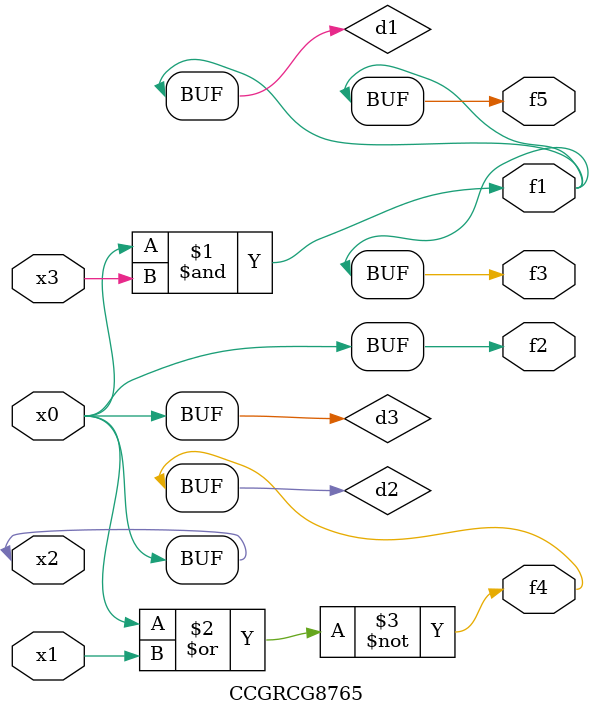
<source format=v>
module CCGRCG8765(
	input x0, x1, x2, x3,
	output f1, f2, f3, f4, f5
);

	wire d1, d2, d3;

	and (d1, x2, x3);
	nor (d2, x0, x1);
	buf (d3, x0, x2);
	assign f1 = d1;
	assign f2 = d3;
	assign f3 = d1;
	assign f4 = d2;
	assign f5 = d1;
endmodule

</source>
